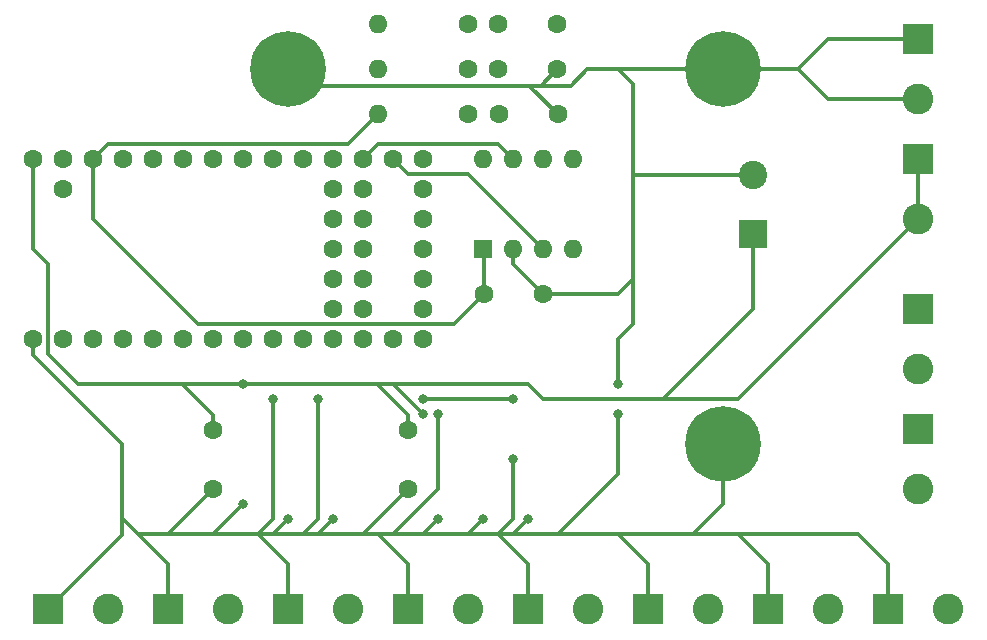
<source format=gbr>
%TF.GenerationSoftware,KiCad,Pcbnew,(5.1.10)-1*%
%TF.CreationDate,2022-06-29T20:33:17-04:00*%
%TF.ProjectId,RPI4_LEDs,52504934-5f4c-4454-9473-2e6b69636164,rev?*%
%TF.SameCoordinates,Original*%
%TF.FileFunction,Copper,L2,Bot*%
%TF.FilePolarity,Positive*%
%FSLAX46Y46*%
G04 Gerber Fmt 4.6, Leading zero omitted, Abs format (unit mm)*
G04 Created by KiCad (PCBNEW (5.1.10)-1) date 2022-06-29 20:33:17*
%MOMM*%
%LPD*%
G01*
G04 APERTURE LIST*
%TA.AperFunction,ComponentPad*%
%ADD10C,1.600000*%
%TD*%
%TA.AperFunction,ComponentPad*%
%ADD11C,2.400000*%
%TD*%
%TA.AperFunction,ComponentPad*%
%ADD12R,2.400000X2.400000*%
%TD*%
%TA.AperFunction,ComponentPad*%
%ADD13O,1.600000X1.600000*%
%TD*%
%TA.AperFunction,ComponentPad*%
%ADD14C,2.600000*%
%TD*%
%TA.AperFunction,ComponentPad*%
%ADD15R,2.600000X2.600000*%
%TD*%
%TA.AperFunction,ComponentPad*%
%ADD16C,0.800000*%
%TD*%
%TA.AperFunction,ComponentPad*%
%ADD17C,6.400000*%
%TD*%
%TA.AperFunction,ComponentPad*%
%ADD18R,1.600000X1.600000*%
%TD*%
%TA.AperFunction,ViaPad*%
%ADD19C,0.800000*%
%TD*%
%TA.AperFunction,Conductor*%
%ADD20C,0.300000*%
%TD*%
G04 APERTURE END LIST*
D10*
%TO.P,C7,2*%
%TO.N,Net-(C7-Pad2)*%
X133430000Y-80010000D03*
%TO.P,C7,1*%
%TO.N,GNDREF*%
X138430000Y-80010000D03*
%TD*%
D11*
%TO.P,C3,2*%
%TO.N,GNDREF*%
X154940000Y-85170000D03*
D12*
%TO.P,C3,1*%
%TO.N,+5V*%
X154940000Y-90170000D03*
%TD*%
D13*
%TO.P,R1,2*%
%TO.N,/Left*%
X123190000Y-72390000D03*
D10*
%TO.P,R1,1*%
%TO.N,Net-(C5-Pad1)*%
X130810000Y-72390000D03*
%TD*%
D14*
%TO.P,J13,2*%
%TO.N,GNDREF*%
X168910000Y-78740000D03*
D15*
%TO.P,J13,1*%
X168910000Y-73660000D03*
%TD*%
D14*
%TO.P,J12,2*%
%TO.N,+5V*%
X168910000Y-88900000D03*
D15*
%TO.P,J12,1*%
X168910000Y-83820000D03*
%TD*%
D16*
%TO.P,H4,1*%
%TO.N,GNDREF*%
X154097056Y-74502944D03*
X152400000Y-73800000D03*
X150702944Y-74502944D03*
X150000000Y-76200000D03*
X150702944Y-77897056D03*
X152400000Y-78600000D03*
X154097056Y-77897056D03*
X154800000Y-76200000D03*
D17*
X152400000Y-76200000D03*
%TD*%
D16*
%TO.P,H3,1*%
%TO.N,GNDREF*%
X154097056Y-106252944D03*
X152400000Y-105550000D03*
X150702944Y-106252944D03*
X150000000Y-107950000D03*
X150702944Y-109647056D03*
X152400000Y-110350000D03*
X154097056Y-109647056D03*
X154800000Y-107950000D03*
D17*
X152400000Y-107950000D03*
%TD*%
D16*
%TO.P,H2,1*%
%TO.N,GNDREF*%
X117267056Y-74502944D03*
X115570000Y-73800000D03*
X113872944Y-74502944D03*
X113170000Y-76200000D03*
X113872944Y-77897056D03*
X115570000Y-78600000D03*
X117267056Y-77897056D03*
X117970000Y-76200000D03*
D17*
X115570000Y-76200000D03*
%TD*%
D13*
%TO.P,U4,8*%
%TO.N,Net-(C7-Pad2)*%
X132080000Y-83820000D03*
%TO.P,U4,4*%
%TO.N,/Strobe*%
X139700000Y-91440000D03*
%TO.P,U4,7*%
%TO.N,/Reset_Equalizer*%
X134620000Y-83820000D03*
%TO.P,U4,3*%
%TO.N,/Equalizer_Out*%
X137160000Y-91440000D03*
%TO.P,U4,6*%
%TO.N,Net-(C6-Pad1)*%
X137160000Y-83820000D03*
%TO.P,U4,2*%
%TO.N,GNDREF*%
X134620000Y-91440000D03*
%TO.P,U4,5*%
%TO.N,Net-(C5-Pad2)*%
X139700000Y-83820000D03*
D18*
%TO.P,U4,1*%
%TO.N,+3V3*%
X132080000Y-91440000D03*
%TD*%
D10*
%TO.P,U2,44*%
%TO.N,Net-(U2-Pad44)*%
X119380000Y-96520000D03*
%TO.P,U2,43*%
%TO.N,Net-(U2-Pad43)*%
X121920000Y-96520000D03*
%TO.P,U2,42*%
%TO.N,Net-(U2-Pad42)*%
X119380000Y-93980000D03*
%TO.P,U2,41*%
%TO.N,Net-(U2-Pad41)*%
X121920000Y-93980000D03*
%TO.P,U2,40*%
%TO.N,Net-(U2-Pad40)*%
X119380000Y-91440000D03*
%TO.P,U2,39*%
%TO.N,Net-(U2-Pad39)*%
X121920000Y-91440000D03*
%TO.P,U2,38*%
%TO.N,Net-(U2-Pad38)*%
X119380000Y-88900000D03*
%TO.P,U2,37*%
%TO.N,Net-(U2-Pad37)*%
X121920000Y-88900000D03*
%TO.P,U2,36*%
%TO.N,Net-(U2-Pad36)*%
X119380000Y-86360000D03*
%TO.P,U2,35*%
%TO.N,Net-(U2-Pad35)*%
X121920000Y-86360000D03*
%TO.P,U2,1*%
%TO.N,GNDREF*%
X93980000Y-99060000D03*
%TO.P,U2,2*%
%TO.N,Net-(U2-Pad2)*%
X96520000Y-99060000D03*
%TO.P,U2,3*%
%TO.N,Net-(U2-Pad3)*%
X99060000Y-99060000D03*
%TO.P,U2,4*%
%TO.N,/LED_0_3V3*%
X101600000Y-99060000D03*
%TO.P,U2,5*%
%TO.N,/LED_1_3V3*%
X104140000Y-99060000D03*
%TO.P,U2,6*%
%TO.N,/LED_2_3V3*%
X106680000Y-99060000D03*
%TO.P,U2,7*%
%TO.N,/LED_3_3V3*%
X109220000Y-99060000D03*
%TO.P,U2,8*%
%TO.N,/LED_4_3V3*%
X111760000Y-99060000D03*
%TO.P,U2,9*%
%TO.N,/LED_5_3V3*%
X114300000Y-99060000D03*
%TO.P,U2,10*%
%TO.N,/LED_6_3V3*%
X116840000Y-99060000D03*
%TO.P,U2,11*%
%TO.N,/LED_7_3V3*%
X119380000Y-99060000D03*
%TO.P,U2,12*%
%TO.N,/CS*%
X121920000Y-99060000D03*
%TO.P,U2,13*%
%TO.N,/MOSI*%
X124460000Y-99060000D03*
%TO.P,U2,34*%
%TO.N,Net-(U2-Pad34)*%
X96520000Y-86360000D03*
%TO.P,U2,33*%
%TO.N,+5V*%
X93980000Y-83820000D03*
%TO.P,U2,32*%
%TO.N,GNDREF*%
X96520000Y-83820000D03*
%TO.P,U2,31*%
%TO.N,+3V3*%
X99060000Y-83820000D03*
%TO.P,U2,30*%
%TO.N,Net-(U2-Pad30)*%
X101600000Y-83820000D03*
%TO.P,U2,29*%
%TO.N,Net-(U2-Pad29)*%
X104140000Y-83820000D03*
%TO.P,U2,28*%
%TO.N,Net-(U2-Pad28)*%
X106680000Y-83820000D03*
%TO.P,U2,27*%
%TO.N,Net-(U2-Pad27)*%
X109220000Y-83820000D03*
%TO.P,U2,26*%
%TO.N,Net-(U2-Pad26)*%
X111760000Y-83820000D03*
%TO.P,U2,25*%
%TO.N,Net-(U2-Pad25)*%
X114300000Y-83820000D03*
%TO.P,U2,24*%
%TO.N,Net-(U2-Pad24)*%
X116840000Y-83820000D03*
%TO.P,U2,23*%
%TO.N,/Strobe*%
X119380000Y-83820000D03*
%TO.P,U2,22*%
%TO.N,/Reset_Equalizer*%
X121920000Y-83820000D03*
%TO.P,U2,21*%
%TO.N,/Equalizer_Out*%
X124460000Y-83820000D03*
%TO.P,U2,14*%
%TO.N,/MISO*%
X127000000Y-99060000D03*
%TO.P,U2,15*%
%TO.N,Net-(U2-Pad15)*%
X127000000Y-96520000D03*
%TO.P,U2,16*%
%TO.N,Net-(U2-Pad16)*%
X127000000Y-93980000D03*
%TO.P,U2,20*%
%TO.N,/SCK*%
X127000000Y-83820000D03*
%TO.P,U2,19*%
%TO.N,Net-(U2-Pad19)*%
X127000000Y-86360000D03*
%TO.P,U2,18*%
%TO.N,Net-(U2-Pad18)*%
X127000000Y-88900000D03*
%TO.P,U2,17*%
%TO.N,Net-(U2-Pad17)*%
X127000000Y-91440000D03*
%TD*%
D13*
%TO.P,R3,2*%
%TO.N,+3V3*%
X123190000Y-80010000D03*
D10*
%TO.P,R3,1*%
%TO.N,Net-(C7-Pad2)*%
X130810000Y-80010000D03*
%TD*%
D13*
%TO.P,R2,2*%
%TO.N,/Right*%
X123190000Y-76200000D03*
D10*
%TO.P,R2,1*%
%TO.N,Net-(C5-Pad1)*%
X130810000Y-76200000D03*
%TD*%
D14*
%TO.P,J11,2*%
%TO.N,/LED_7*%
X161290000Y-121920000D03*
D15*
%TO.P,J11,1*%
%TO.N,GNDREF*%
X156210000Y-121920000D03*
%TD*%
D14*
%TO.P,J9,2*%
%TO.N,/LED_6*%
X171450000Y-121920000D03*
D15*
%TO.P,J9,1*%
%TO.N,GNDREF*%
X166370000Y-121920000D03*
%TD*%
D14*
%TO.P,J8,2*%
%TO.N,/LED_5*%
X151130000Y-121920000D03*
D15*
%TO.P,J8,1*%
%TO.N,GNDREF*%
X146050000Y-121920000D03*
%TD*%
D14*
%TO.P,J7,2*%
%TO.N,/LED_4*%
X140970000Y-121920000D03*
D15*
%TO.P,J7,1*%
%TO.N,GNDREF*%
X135890000Y-121920000D03*
%TD*%
D14*
%TO.P,J6,2*%
%TO.N,/LED_3*%
X120650000Y-121920000D03*
D15*
%TO.P,J6,1*%
%TO.N,GNDREF*%
X115570000Y-121920000D03*
%TD*%
D14*
%TO.P,J5,2*%
%TO.N,/LED_2*%
X130810000Y-121920000D03*
D15*
%TO.P,J5,1*%
%TO.N,GNDREF*%
X125730000Y-121920000D03*
%TD*%
D14*
%TO.P,J4,2*%
%TO.N,/LED_1*%
X110490000Y-121920000D03*
D15*
%TO.P,J4,1*%
%TO.N,GNDREF*%
X105410000Y-121920000D03*
%TD*%
D14*
%TO.P,J3,2*%
%TO.N,/LED_0*%
X100330000Y-121920000D03*
D15*
%TO.P,J3,1*%
%TO.N,GNDREF*%
X95250000Y-121920000D03*
%TD*%
D14*
%TO.P,J2,2*%
%TO.N,/MISO*%
X168910000Y-101600000D03*
D15*
%TO.P,J2,1*%
%TO.N,/SCK*%
X168910000Y-96520000D03*
%TD*%
D14*
%TO.P,J1,2*%
%TO.N,/CS*%
X168910000Y-111760000D03*
D15*
%TO.P,J1,1*%
%TO.N,/MOSI*%
X168910000Y-106680000D03*
%TD*%
D10*
%TO.P,C6,2*%
%TO.N,GNDREF*%
X138350000Y-76200000D03*
%TO.P,C6,1*%
%TO.N,Net-(C6-Pad1)*%
X133350000Y-76200000D03*
%TD*%
%TO.P,C5,2*%
%TO.N,Net-(C5-Pad2)*%
X138350000Y-72390000D03*
%TO.P,C5,1*%
%TO.N,Net-(C5-Pad1)*%
X133350000Y-72390000D03*
%TD*%
%TO.P,C4,2*%
%TO.N,+3V3*%
X132160000Y-95250000D03*
%TO.P,C4,1*%
%TO.N,GNDREF*%
X137160000Y-95250000D03*
%TD*%
%TO.P,C2,2*%
%TO.N,+5V*%
X125730000Y-106760000D03*
%TO.P,C2,1*%
%TO.N,GNDREF*%
X125730000Y-111760000D03*
%TD*%
%TO.P,C1,2*%
%TO.N,+5V*%
X109220000Y-106760000D03*
%TO.P,C1,1*%
%TO.N,GNDREF*%
X109220000Y-111760000D03*
%TD*%
D19*
%TO.N,+5V*%
X111760000Y-102870000D03*
X127000000Y-105410000D03*
%TO.N,GNDREF*%
X128270000Y-114300000D03*
X132080000Y-114300000D03*
X135890000Y-114300000D03*
X119380000Y-114300000D03*
X115570000Y-114300000D03*
X111760000Y-113030000D03*
X114300000Y-104140000D03*
X118110000Y-104140000D03*
X128270000Y-105410000D03*
X134620000Y-109220000D03*
X143510000Y-105410000D03*
X143510000Y-102870000D03*
%TO.N,/LED_6_3V3*%
X134620000Y-104140000D03*
X127000000Y-104140000D03*
%TD*%
D20*
%TO.N,+5V*%
X93980000Y-83820000D02*
X93980000Y-91440000D01*
X93980000Y-91440000D02*
X95250000Y-92710000D01*
X95250000Y-100330000D02*
X96520000Y-101600000D01*
X95250000Y-92710000D02*
X95250000Y-100330000D01*
X96520000Y-101600000D02*
X97790000Y-102870000D01*
X106680000Y-102950000D02*
X106680000Y-102870000D01*
X109220000Y-105490000D02*
X106680000Y-102950000D01*
X97790000Y-102870000D02*
X106680000Y-102870000D01*
X123190000Y-102950000D02*
X123190000Y-102870000D01*
X125730000Y-105490000D02*
X123190000Y-102950000D01*
X106680000Y-102870000D02*
X123190000Y-102870000D01*
X128270000Y-102870000D02*
X128270000Y-102870000D01*
X168910000Y-88900000D02*
X168910000Y-83820000D01*
X109220000Y-105490000D02*
X109220000Y-106760000D01*
X125730000Y-105490000D02*
X125730000Y-106760000D01*
X127000000Y-105410000D02*
X124460000Y-102870000D01*
X153670000Y-104140000D02*
X154940000Y-102870000D01*
X135890000Y-102870000D02*
X137160000Y-104140000D01*
X154940000Y-102870000D02*
X168910000Y-88900000D01*
X123190000Y-102870000D02*
X135890000Y-102870000D01*
X154940000Y-96520000D02*
X147320000Y-104140000D01*
X154940000Y-90170000D02*
X154940000Y-96520000D01*
X147320000Y-104140000D02*
X153670000Y-104140000D01*
X137160000Y-104140000D02*
X147320000Y-104140000D01*
%TO.N,GNDREF*%
X101520000Y-114220000D02*
X102870000Y-115570000D01*
X101520000Y-115650000D02*
X95250000Y-121920000D01*
X101520000Y-114220000D02*
X101520000Y-115650000D01*
X102870000Y-115570000D02*
X105410000Y-118110000D01*
X105410000Y-118110000D02*
X105410000Y-121920000D01*
X113030000Y-115570000D02*
X115570000Y-118110000D01*
X115570000Y-118110000D02*
X115570000Y-121920000D01*
X125730000Y-121920000D02*
X125730000Y-118110000D01*
X125730000Y-118110000D02*
X123190000Y-115570000D01*
X135890000Y-121920000D02*
X135890000Y-118110000D01*
X135890000Y-118110000D02*
X133350000Y-115570000D01*
X133350000Y-115570000D02*
X132080000Y-115570000D01*
X146050000Y-121920000D02*
X146050000Y-118110000D01*
X146050000Y-118110000D02*
X143510000Y-115570000D01*
X156210000Y-121920000D02*
X156210000Y-118110000D01*
X156210000Y-118110000D02*
X153670000Y-115570000D01*
X153670000Y-115570000D02*
X162560000Y-115570000D01*
X166370000Y-121920000D02*
X166370000Y-118110000D01*
X163830000Y-115570000D02*
X162560000Y-115570000D01*
X166370000Y-118110000D02*
X163830000Y-115570000D01*
X152400000Y-113030000D02*
X149860000Y-115570000D01*
X152400000Y-107950000D02*
X152400000Y-113030000D01*
X149860000Y-115570000D02*
X153670000Y-115570000D01*
X101520000Y-107950000D02*
X101520000Y-114220000D01*
X93980000Y-100410000D02*
X101520000Y-107950000D01*
X93980000Y-99060000D02*
X93980000Y-100410000D01*
X168910000Y-73660000D02*
X161290000Y-73660000D01*
X158750000Y-76200000D02*
X152400000Y-76200000D01*
X161290000Y-73660000D02*
X158750000Y-76200000D01*
X168910000Y-78740000D02*
X161290000Y-78740000D01*
X161290000Y-78740000D02*
X158750000Y-76200000D01*
X134620000Y-92710000D02*
X137160000Y-95250000D01*
X134620000Y-91440000D02*
X134620000Y-92710000D01*
X144780000Y-77470000D02*
X143510000Y-76200000D01*
X137160000Y-95250000D02*
X143510000Y-95250000D01*
X143510000Y-95250000D02*
X144780000Y-93980000D01*
X150000000Y-76200000D02*
X143510000Y-76200000D01*
X109220000Y-111760000D02*
X105410000Y-115570000D01*
X102870000Y-115570000D02*
X105410000Y-115570000D01*
X125730000Y-111760000D02*
X121920000Y-115570000D01*
X135890000Y-114300000D02*
X134620000Y-115570000D01*
X132080000Y-114300000D02*
X130810000Y-115570000D01*
X130810000Y-115570000D02*
X132080000Y-115570000D01*
X129540000Y-115570000D02*
X130810000Y-115570000D01*
X128270000Y-114300000D02*
X127000000Y-115570000D01*
X111760000Y-113030000D02*
X109220000Y-115570000D01*
X109220000Y-115570000D02*
X113030000Y-115570000D01*
X105410000Y-115570000D02*
X109220000Y-115570000D01*
X115570000Y-114300000D02*
X114300000Y-115570000D01*
X113030000Y-115570000D02*
X114300000Y-115570000D01*
X119380000Y-114300000D02*
X118110000Y-115570000D01*
X118110000Y-114300000D02*
X116840000Y-115570000D01*
X118110000Y-109220000D02*
X118110000Y-114300000D01*
X114300000Y-115570000D02*
X116840000Y-115570000D01*
X114300000Y-114300000D02*
X113030000Y-115570000D01*
X114300000Y-109220000D02*
X114300000Y-114300000D01*
X118110000Y-104140000D02*
X118110000Y-109220000D01*
X114300000Y-104140000D02*
X114300000Y-109220000D01*
X128270000Y-111760000D02*
X124460000Y-115570000D01*
X128270000Y-105410000D02*
X128270000Y-111760000D01*
X124460000Y-115570000D02*
X129540000Y-115570000D01*
X116840000Y-115570000D02*
X124460000Y-115570000D01*
X134620000Y-114300000D02*
X133350000Y-115570000D01*
X134620000Y-109220000D02*
X134620000Y-114300000D01*
X138430000Y-115570000D02*
X143510000Y-110490000D01*
X132080000Y-115570000D02*
X138430000Y-115570000D01*
X138430000Y-115570000D02*
X149860000Y-115570000D01*
X143510000Y-110490000D02*
X143510000Y-105410000D01*
X143510000Y-105410000D02*
X143510000Y-105410000D01*
X143510000Y-102870000D02*
X143510000Y-99060000D01*
X144780000Y-97790000D02*
X144780000Y-93980000D01*
X143510000Y-99060000D02*
X144780000Y-97790000D01*
X144860000Y-85170000D02*
X144780000Y-85090000D01*
X154940000Y-85170000D02*
X144860000Y-85170000D01*
X144780000Y-85090000D02*
X144780000Y-77470000D01*
X144780000Y-93980000D02*
X144780000Y-85090000D01*
X140890000Y-76200000D02*
X143510000Y-76200000D01*
X139500001Y-77589999D02*
X140890000Y-76200000D01*
X115570000Y-76200000D02*
X116959999Y-77589999D01*
X137040001Y-77509999D02*
X137040001Y-77589999D01*
X138350000Y-76200000D02*
X137040001Y-77509999D01*
X137040001Y-77589999D02*
X139500001Y-77589999D01*
X138430000Y-80010000D02*
X136009999Y-77589999D01*
X136009999Y-77589999D02*
X137040001Y-77589999D01*
X116959999Y-77589999D02*
X136009999Y-77589999D01*
%TO.N,+3V3*%
X129620000Y-97790000D02*
X132160000Y-95250000D01*
X107950000Y-97790000D02*
X129620000Y-97790000D01*
X99060000Y-88900000D02*
X107950000Y-97790000D01*
X99060000Y-83820000D02*
X99060000Y-88900000D01*
X132160000Y-91520000D02*
X132080000Y-91440000D01*
X132160000Y-95250000D02*
X132160000Y-91520000D01*
X99060000Y-83820000D02*
X100330000Y-82550000D01*
X120650000Y-82550000D02*
X123190000Y-80010000D01*
X100330000Y-82550000D02*
X120650000Y-82550000D01*
%TO.N,/LED_6_3V3*%
X134620000Y-104140000D02*
X127000000Y-104140000D01*
X127000000Y-104140000D02*
X127000000Y-104140000D01*
%TO.N,/Reset_Equalizer*%
X133350000Y-82550000D02*
X134620000Y-83820000D01*
X123190000Y-82550000D02*
X133350000Y-82550000D01*
X121920000Y-83820000D02*
X123190000Y-82550000D01*
%TO.N,/Equalizer_Out*%
X130810000Y-85090000D02*
X137160000Y-91440000D01*
X125730000Y-85090000D02*
X130810000Y-85090000D01*
X124460000Y-83820000D02*
X125730000Y-85090000D01*
%TD*%
M02*

</source>
